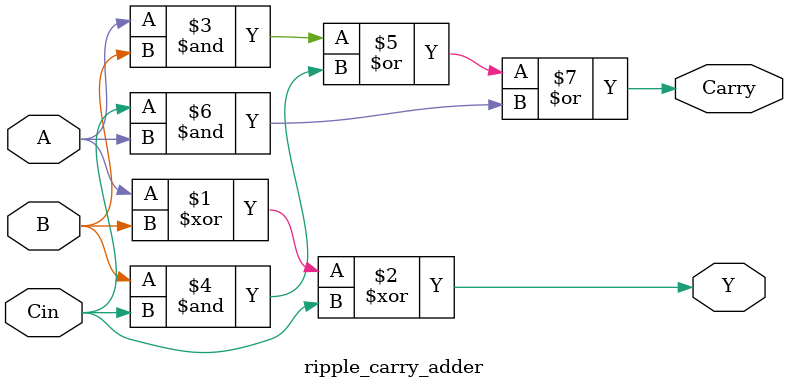
<source format=v>
`timescale 1ns / 1ps
module ripple_carry_adder(A, B, Cin, Y, Carry);
	// Defining the inputs/outputs
    input A;
    input B;
    input Cin;
    output Y;
    output Carry;
	 
	 assign Y = A^B^Cin; 						//SUM Operation
	 assign Carry = (A&B)|(B&Cin)|(Cin&A); //CARRY Operation

endmodule

</source>
